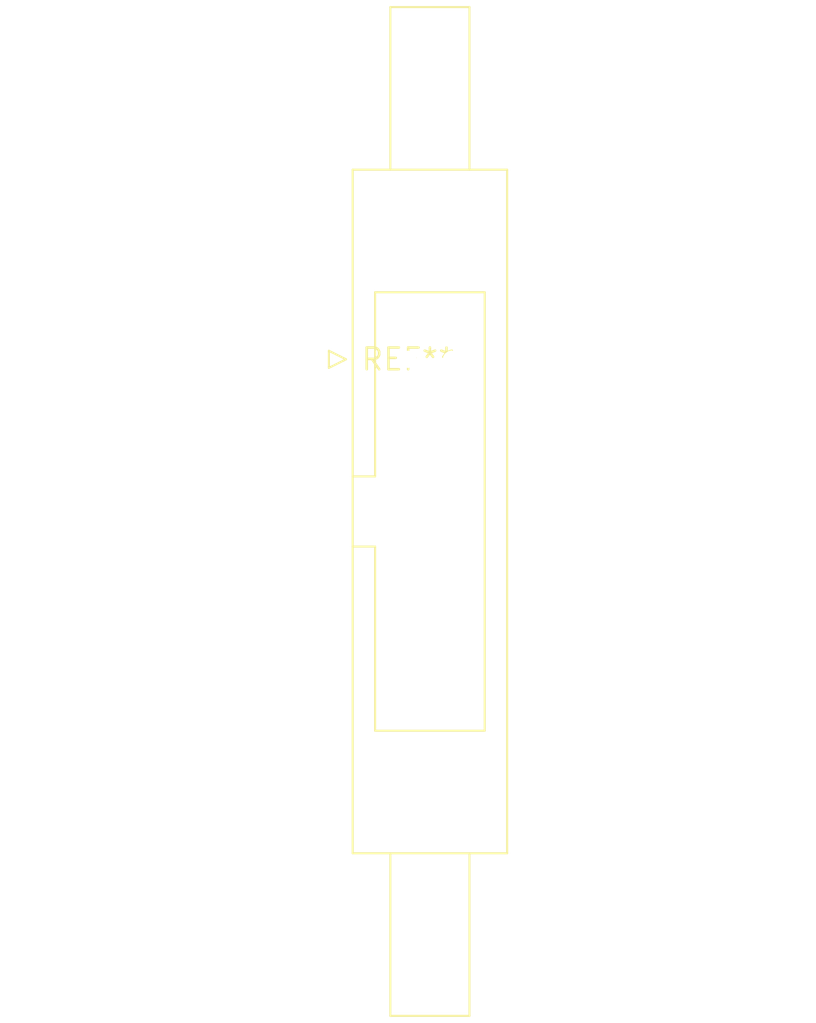
<source format=kicad_pcb>
(kicad_pcb (version 20240108) (generator pcbnew)
  (layers (0 "F.Cu" signal) (31 "B.Cu" signal) (34 "B.Paste" user) (35 "F.Paste" user) (36 "B.SilkS" user "B.Silkscreen") (37 "F.SilkS" user "F.Silkscreen") (38 "B.Mask" user) (39 "F.Mask" user) (44 "Edge.Cuts" user))
  (net 0 "")
  (footprint "IDC-Header_2x08_P2.54mm_Latch9.5mm_Vertical" (layer "F.Cu") (at 0 0)
    (property "Reference" "REF**")
    (property "Value" "IDC-Header_2x08_P2.54mm_Latch9.5mm_Vertical")
    (fp_line (start -4.63 -0.5) (end -4.63 0.5) (layer "F.SilkS") (stroke (width 0.12)))
    (fp_line (start -4.63 0.5) (end -3.63 0) (layer "F.SilkS") (stroke (width 0.12)))
    (fp_line (start -3.63 0) (end -4.63 -0.5) (layer "F.SilkS") (stroke (width 0.12)))
    (fp_line (start -3.24 -11.08) (end 5.78 -11.08) (layer "F.SilkS") (stroke (width 0.12)))
    (fp_line (start -3.24 6.84) (end -1.93 6.84) (layer "F.SilkS") (stroke (width 0.12)))
    (fp_line (start -3.24 28.86) (end -3.24 -11.08) (layer "F.SilkS") (stroke (width 0.12)))
    (fp_line (start -1.93 -3.92) (end 4.47 -3.92) (layer "F.SilkS") (stroke (width 0.12)))
    (fp_line (start -1.93 6.84) (end -1.93 -3.92) (layer "F.SilkS") (stroke (width 0.12)))
    (fp_line (start -1.93 10.94) (end -3.24 10.94) (layer "F.SilkS") (stroke (width 0.12)))
    (fp_line (start -1.93 10.94) (end -1.93 10.94) (layer "F.SilkS") (stroke (width 0.12)))
    (fp_line (start -1.93 21.7) (end -1.93 10.94) (layer "F.SilkS") (stroke (width 0.12)))
    (fp_line (start -1.04 -20.58) (end 3.58 -20.58) (layer "F.SilkS") (stroke (width 0.12)))
    (fp_line (start -1.04 -11.08) (end -1.04 -20.58) (layer "F.SilkS") (stroke (width 0.12)))
    (fp_line (start -1.04 28.86) (end -1.04 38.36) (layer "F.SilkS") (stroke (width 0.12)))
    (fp_line (start -1.04 38.36) (end 3.58 38.36) (layer "F.SilkS") (stroke (width 0.12)))
    (fp_line (start 3.58 -20.58) (end 3.58 -11.08) (layer "F.SilkS") (stroke (width 0.12)))
    (fp_line (start 3.58 38.36) (end 3.58 28.86) (layer "F.SilkS") (stroke (width 0.12)))
    (fp_line (start 4.47 -3.92) (end 4.47 21.7) (layer "F.SilkS") (stroke (width 0.12)))
    (fp_line (start 4.47 21.7) (end -1.93 21.7) (layer "F.SilkS") (stroke (width 0.12)))
    (fp_line (start 5.78 -11.08) (end 5.78 28.86) (layer "F.SilkS") (stroke (width 0.12)))
    (fp_line (start 5.78 28.86) (end -3.24 28.86) (layer "F.SilkS") (stroke (width 0.12)))
    (pad "1" thru_hole roundrect (at 0 0) (size 1.7 1.7) (drill 1) (layers *.Cu *.Mask) (remove_unused_layers) (roundrect_rratio 0.147059))
    (pad "2" thru_hole circle (at 2.54 0) (size 1.7 1.7) (drill 1) (layers *.Cu *.Mask) (remove_unused_layers))
    (pad "3" thru_hole circle (at 0 2.54) (size 1.7 1.7) (drill 1) (layers *.Cu *.Mask) (remove_unused_layers))
    (pad "4" thru_hole circle (at 2.54 2.54) (size 1.7 1.7) (drill 1) (layers *.Cu *.Mask) (remove_unused_layers))
    (pad "5" thru_hole circle (at 0 5.08) (size 1.7 1.7) (drill 1) (layers *.Cu *.Mask) (remove_unused_layers))
    (pad "6" thru_hole circle (at 2.54 5.08) (size 1.7 1.7) (drill 1) (layers *.Cu *.Mask) (remove_unused_layers))
    (pad "7" thru_hole circle (at 0 7.62) (size 1.7 1.7) (drill 1) (layers *.Cu *.Mask) (remove_unused_layers))
    (pad "8" thru_hole circle (at 2.54 7.62) (size 1.7 1.7) (drill 1) (layers *.Cu *.Mask) (remove_unused_layers))
    (pad "9" thru_hole circle (at 0 10.16) (size 1.7 1.7) (drill 1) (layers *.Cu *.Mask) (remove_unused_layers))
    (pad "10" thru_hole circle (at 2.54 10.16) (size 1.7 1.7) (drill 1) (layers *.Cu *.Mask) (remove_unused_layers))
    (pad "11" thru_hole circle (at 0 12.7) (size 1.7 1.7) (drill 1) (layers *.Cu *.Mask) (remove_unused_layers))
    (pad "12" thru_hole circle (at 2.54 12.7) (size 1.7 1.7) (drill 1) (layers *.Cu *.Mask) (remove_unused_layers))
    (pad "13" thru_hole circle (at 0 15.24) (size 1.7 1.7) (drill 1) (layers *.Cu *.Mask) (remove_unused_layers))
    (pad "14" thru_hole circle (at 2.54 15.24) (size 1.7 1.7) (drill 1) (layers *.Cu *.Mask) (remove_unused_layers))
    (pad "15" thru_hole circle (at 0 17.78) (size 1.7 1.7) (drill 1) (layers *.Cu *.Mask) (remove_unused_layers))
    (pad "16" thru_hole circle (at 2.54 17.78) (size 1.7 1.7) (drill 1) (layers *.Cu *.Mask) (remove_unused_layers))
  )
)
</source>
